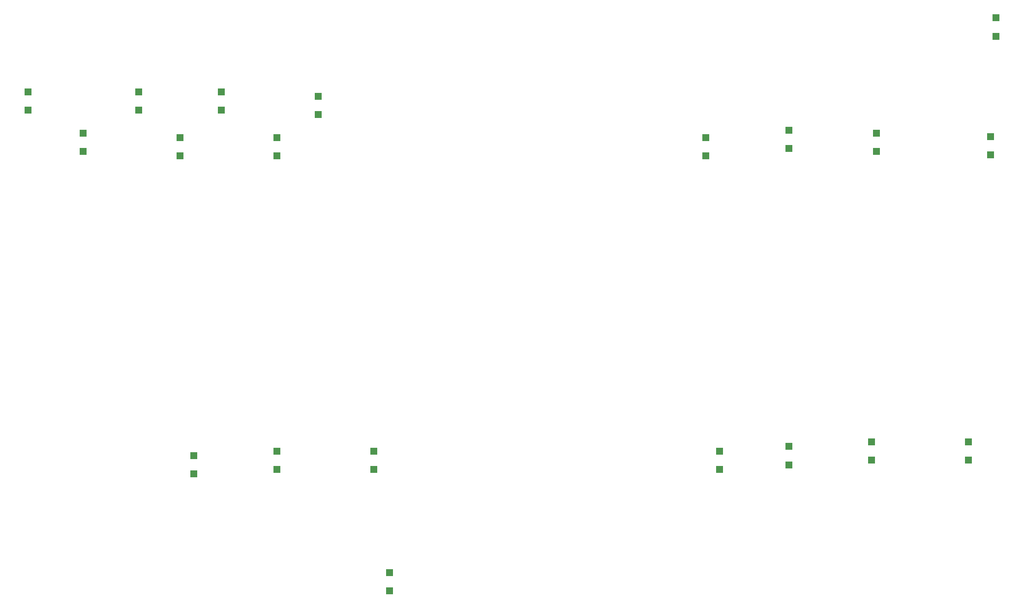
<source format=gbp>
G04 #@! TF.GenerationSoftware,KiCad,Pcbnew,5.0.1*
G04 #@! TF.CreationDate,2018-11-29T02:11:47-05:00*
G04 #@! TF.ProjectId,fightkeyb-pcb,66696768746B6579622D7063622E6B69,rev?*
G04 #@! TF.SameCoordinates,Original*
G04 #@! TF.FileFunction,Paste,Bot*
G04 #@! TF.FilePolarity,Positive*
%FSLAX46Y46*%
G04 Gerber Fmt 4.6, Leading zero omitted, Abs format (unit mm)*
G04 Created by KiCad (PCBNEW 5.0.1) date Thu 29 Nov 2018 02:11:47 AM EST*
%MOMM*%
%LPD*%
G01*
G04 APERTURE LIST*
%ADD10R,1.200000X1.200000*%
G04 APERTURE END LIST*
D10*
G04 #@! TO.C,D1*
X66675000Y-50006250D03*
X66675000Y-46856250D03*
G04 #@! TD*
G04 #@! TO.C,D2*
X85725000Y-46856250D03*
X85725000Y-50006250D03*
G04 #@! TD*
G04 #@! TO.C,D3*
X100012500Y-50006250D03*
X100012500Y-46856250D03*
G04 #@! TD*
G04 #@! TO.C,D4*
X116681250Y-47625000D03*
X116681250Y-50775000D03*
G04 #@! TD*
G04 #@! TO.C,D5*
X233362500Y-37293750D03*
X233362500Y-34143750D03*
G04 #@! TD*
G04 #@! TO.C,D6*
X76200000Y-54000000D03*
X76200000Y-57150000D03*
G04 #@! TD*
G04 #@! TO.C,D7*
X92868750Y-57918750D03*
X92868750Y-54768750D03*
G04 #@! TD*
G04 #@! TO.C,D8*
X109537500Y-54768750D03*
X109537500Y-57918750D03*
G04 #@! TD*
G04 #@! TO.C,D9*
X183356250Y-57918750D03*
X183356250Y-54768750D03*
G04 #@! TD*
G04 #@! TO.C,D10*
X197643750Y-53512500D03*
X197643750Y-56662500D03*
G04 #@! TD*
G04 #@! TO.C,D11*
X212725000Y-57125000D03*
X212725000Y-53975000D03*
G04 #@! TD*
G04 #@! TO.C,D12*
X232410000Y-57760000D03*
X232410000Y-54610000D03*
G04 #@! TD*
G04 #@! TO.C,D13*
X95250000Y-109537500D03*
X95250000Y-112687500D03*
G04 #@! TD*
G04 #@! TO.C,D14*
X109537500Y-111918750D03*
X109537500Y-108768750D03*
G04 #@! TD*
G04 #@! TO.C,D15*
X126206250Y-108768750D03*
X126206250Y-111918750D03*
G04 #@! TD*
G04 #@! TO.C,D16*
X185737500Y-111918750D03*
X185737500Y-108768750D03*
G04 #@! TD*
G04 #@! TO.C,D17*
X197643750Y-107962500D03*
X197643750Y-111112500D03*
G04 #@! TD*
G04 #@! TO.C,D18*
X211931250Y-110306250D03*
X211931250Y-107156250D03*
G04 #@! TD*
G04 #@! TO.C,D19*
X228600000Y-107156250D03*
X228600000Y-110306250D03*
G04 #@! TD*
G04 #@! TO.C,D20*
X128905000Y-132860000D03*
X128905000Y-129710000D03*
G04 #@! TD*
M02*

</source>
